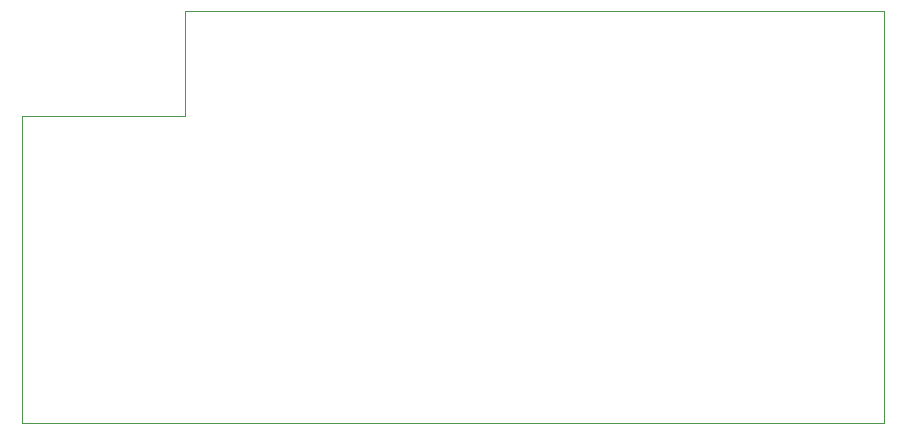
<source format=gbr>
%TF.GenerationSoftware,KiCad,Pcbnew,(5.1.9)-1*%
%TF.CreationDate,2021-03-09T20:48:28+01:00*%
%TF.ProjectId,poly_kb,706f6c79-5f6b-4622-9e6b-696361645f70,rev?*%
%TF.SameCoordinates,Original*%
%TF.FileFunction,Profile,NP*%
%FSLAX46Y46*%
G04 Gerber Fmt 4.6, Leading zero omitted, Abs format (unit mm)*
G04 Created by KiCad (PCBNEW (5.1.9)-1) date 2021-03-09 20:48:28*
%MOMM*%
%LPD*%
G01*
G04 APERTURE LIST*
%TA.AperFunction,Profile*%
%ADD10C,0.050000*%
%TD*%
G04 APERTURE END LIST*
D10*
X487680000Y-28575000D02*
X428498000Y-28575000D01*
X428498000Y-37465000D02*
X428498000Y-28575000D01*
X414655000Y-37465000D02*
X428498000Y-37465000D01*
X414655000Y-63500000D02*
X414655000Y-37465000D01*
X482600000Y-63500000D02*
X487680000Y-63500000D01*
X414655000Y-63500000D02*
X482600000Y-63500000D01*
X487680000Y-63500000D02*
X487680000Y-28575000D01*
M02*

</source>
